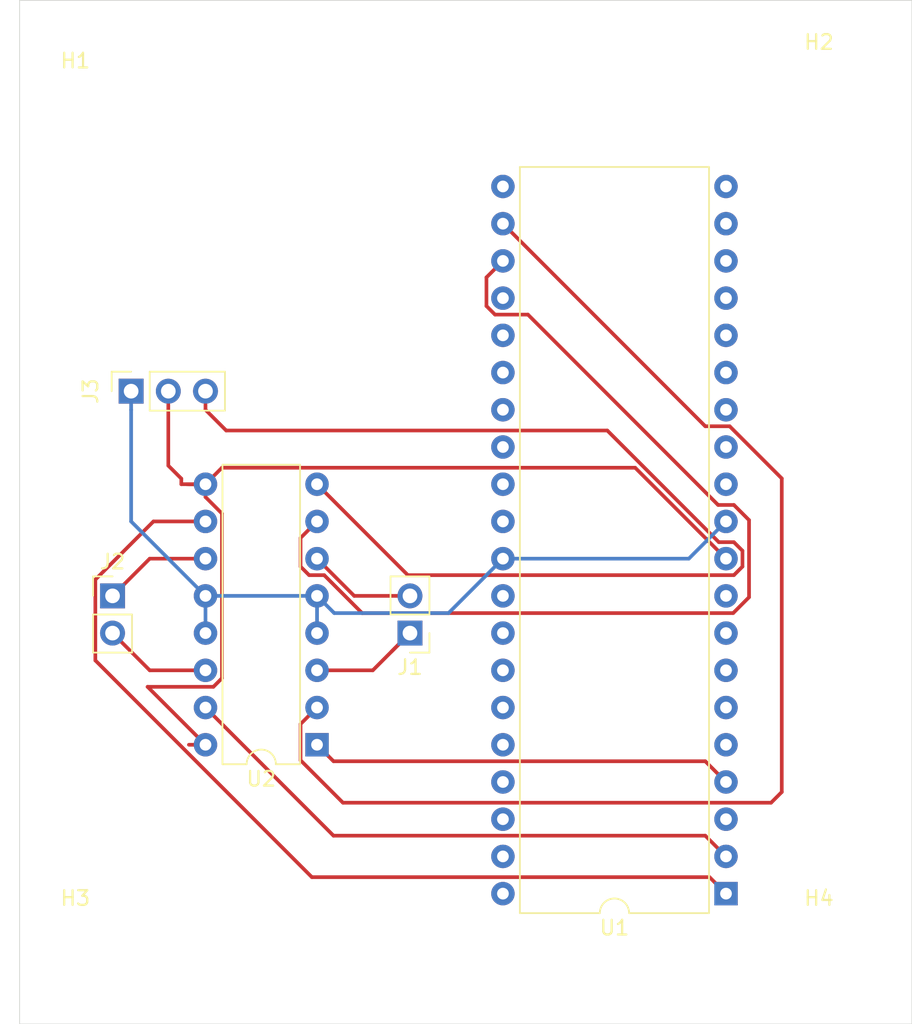
<source format=kicad_pcb>
(kicad_pcb (version 20171130) (host pcbnew "(5.1.9)-1")

  (general
    (thickness 1.6)
    (drawings 32)
    (tracks 83)
    (zones 0)
    (modules 9)
    (nets 45)
  )

  (page A4)
  (layers
    (0 F.Cu signal)
    (31 B.Cu signal)
    (32 B.Adhes user)
    (33 F.Adhes user)
    (34 B.Paste user)
    (35 F.Paste user)
    (36 B.SilkS user)
    (37 F.SilkS user)
    (38 B.Mask user)
    (39 F.Mask user)
    (40 Dwgs.User user)
    (41 Cmts.User user)
    (42 Eco1.User user)
    (43 Eco2.User user)
    (44 Edge.Cuts user)
    (45 Margin user)
    (46 B.CrtYd user)
    (47 F.CrtYd user)
    (48 B.Fab user)
    (49 F.Fab user)
  )

  (setup
    (last_trace_width 0.25)
    (trace_clearance 0.2)
    (zone_clearance 0.508)
    (zone_45_only no)
    (trace_min 0.2)
    (via_size 0.8)
    (via_drill 0.4)
    (via_min_size 0.4)
    (via_min_drill 0.3)
    (uvia_size 0.3)
    (uvia_drill 0.1)
    (uvias_allowed no)
    (uvia_min_size 0.2)
    (uvia_min_drill 0.1)
    (edge_width 0.05)
    (segment_width 0.2)
    (pcb_text_width 0.3)
    (pcb_text_size 1.5 1.5)
    (mod_edge_width 0.12)
    (mod_text_size 1 1)
    (mod_text_width 0.15)
    (pad_size 1.524 1.524)
    (pad_drill 0.762)
    (pad_to_mask_clearance 0)
    (aux_axis_origin 0 0)
    (visible_elements 7FFFFFFF)
    (pcbplotparams
      (layerselection 0x010fc_ffffffff)
      (usegerberextensions false)
      (usegerberattributes true)
      (usegerberadvancedattributes true)
      (creategerberjobfile true)
      (excludeedgelayer true)
      (linewidth 0.100000)
      (plotframeref false)
      (viasonmask false)
      (mode 1)
      (useauxorigin false)
      (hpglpennumber 1)
      (hpglpenspeed 20)
      (hpglpendiameter 15.000000)
      (psnegative false)
      (psa4output false)
      (plotreference true)
      (plotvalue true)
      (plotinvisibletext false)
      (padsonsilk false)
      (subtractmaskfromsilk false)
      (outputformat 1)
      (mirror false)
      (drillshape 1)
      (scaleselection 1)
      (outputdirectory ""))
  )

  (net 0 "")
  (net 1 "Net-(U1-Pad1)")
  (net 2 "Net-(U1-Pad2)")
  (net 3 "Net-(U1-Pad3)")
  (net 4 "Net-(U1-Pad4)")
  (net 5 "Net-(U1-Pad7)")
  (net 6 "Net-(U1-Pad8)")
  (net 7 "Net-(U1-Pad9)")
  (net 8 "Net-(U1-Pad12)")
  (net 9 "Net-(U1-Pad13)")
  (net 10 "Net-(U1-Pad14)")
  (net 11 "Net-(U1-Pad15)")
  (net 12 "Net-(U1-Pad16)")
  (net 13 "Net-(U1-Pad19)")
  (net 14 "Net-(U1-Pad20)")
  (net 15 "Net-(U1-Pad21)")
  (net 16 "Net-(U1-Pad22)")
  (net 17 "Net-(U1-Pad23)")
  (net 18 "Net-(U1-Pad24)")
  (net 19 "Net-(U1-Pad25)")
  (net 20 "Net-(U1-Pad26)")
  (net 21 "Net-(U1-Pad27)")
  (net 22 "Net-(U1-Pad29)")
  (net 23 "Net-(U1-Pad30)")
  (net 24 "Net-(U1-Pad32)")
  (net 25 "Net-(U1-Pad33)")
  (net 26 "Net-(U1-Pad34)")
  (net 27 "Net-(U1-Pad35)")
  (net 28 "Net-(U1-Pad36)")
  (net 29 "Net-(U1-Pad37)")
  (net 30 "Net-(U1-Pad40)")
  (net 31 "Net-(U1-Pad17)")
  (net 32 "Net-(U1-Pad18)")
  (net 33 "Net-(U1-Pad5)")
  (net 34 "Net-(U1-Pad6)")
  (net 35 "Net-(U1-Pad28)")
  (net 36 "Net-(J1-Pad2)")
  (net 37 "Net-(U1-Pad38)")
  (net 38 "Net-(U1-Pad39)")
  (net 39 "Net-(J1-Pad1)")
  (net 40 "Net-(J2-Pad2)")
  (net 41 "Net-(J2-Pad1)")
  (net 42 "Net-(J3-Pad1)")
  (net 43 "Net-(J3-Pad2)")
  (net 44 "Net-(J3-Pad3)")

  (net_class Default "This is the default net class."
    (clearance 0.2)
    (trace_width 0.25)
    (via_dia 0.8)
    (via_drill 0.4)
    (uvia_dia 0.3)
    (uvia_drill 0.1)
    (add_net "Net-(J1-Pad1)")
    (add_net "Net-(J1-Pad2)")
    (add_net "Net-(J2-Pad1)")
    (add_net "Net-(J2-Pad2)")
    (add_net "Net-(J3-Pad1)")
    (add_net "Net-(J3-Pad2)")
    (add_net "Net-(J3-Pad3)")
    (add_net "Net-(U1-Pad1)")
    (add_net "Net-(U1-Pad12)")
    (add_net "Net-(U1-Pad13)")
    (add_net "Net-(U1-Pad14)")
    (add_net "Net-(U1-Pad15)")
    (add_net "Net-(U1-Pad16)")
    (add_net "Net-(U1-Pad17)")
    (add_net "Net-(U1-Pad18)")
    (add_net "Net-(U1-Pad19)")
    (add_net "Net-(U1-Pad2)")
    (add_net "Net-(U1-Pad20)")
    (add_net "Net-(U1-Pad21)")
    (add_net "Net-(U1-Pad22)")
    (add_net "Net-(U1-Pad23)")
    (add_net "Net-(U1-Pad24)")
    (add_net "Net-(U1-Pad25)")
    (add_net "Net-(U1-Pad26)")
    (add_net "Net-(U1-Pad27)")
    (add_net "Net-(U1-Pad28)")
    (add_net "Net-(U1-Pad29)")
    (add_net "Net-(U1-Pad3)")
    (add_net "Net-(U1-Pad30)")
    (add_net "Net-(U1-Pad32)")
    (add_net "Net-(U1-Pad33)")
    (add_net "Net-(U1-Pad34)")
    (add_net "Net-(U1-Pad35)")
    (add_net "Net-(U1-Pad36)")
    (add_net "Net-(U1-Pad37)")
    (add_net "Net-(U1-Pad38)")
    (add_net "Net-(U1-Pad39)")
    (add_net "Net-(U1-Pad4)")
    (add_net "Net-(U1-Pad40)")
    (add_net "Net-(U1-Pad5)")
    (add_net "Net-(U1-Pad6)")
    (add_net "Net-(U1-Pad7)")
    (add_net "Net-(U1-Pad8)")
    (add_net "Net-(U1-Pad9)")
  )

  (module MountingHole:MountingHole_2.5mm (layer F.Cu) (tedit 56D1B4CB) (tstamp 6079F164)
    (at 54.61 60.96)
    (descr "Mounting Hole 2.5mm, no annular")
    (tags "mounting hole 2.5mm no annular")
    (path /607EDE6D)
    (attr virtual)
    (fp_text reference H1 (at 0 -3.5) (layer F.SilkS)
      (effects (font (size 1 1) (thickness 0.15)))
    )
    (fp_text value MountingHole (at 0 3.5) (layer F.Fab)
      (effects (font (size 1 1) (thickness 0.15)))
    )
    (fp_circle (center 0 0) (end 2.75 0) (layer F.CrtYd) (width 0.05))
    (fp_circle (center 0 0) (end 2.5 0) (layer Cmts.User) (width 0.15))
    (fp_text user %R (at 0.3 0) (layer F.Fab)
      (effects (font (size 1 1) (thickness 0.15)))
    )
    (pad 1 np_thru_hole circle (at 0 0) (size 2.5 2.5) (drill 2.5) (layers *.Cu *.Mask))
  )

  (module MountingHole:MountingHole_2.5mm (layer F.Cu) (tedit 56D1B4CB) (tstamp 6079F16C)
    (at 105.41 59.69)
    (descr "Mounting Hole 2.5mm, no annular")
    (tags "mounting hole 2.5mm no annular")
    (path /607EDFF8)
    (attr virtual)
    (fp_text reference H2 (at 0 -3.5) (layer F.SilkS)
      (effects (font (size 1 1) (thickness 0.15)))
    )
    (fp_text value MountingHole (at 0 3.5) (layer F.Fab)
      (effects (font (size 1 1) (thickness 0.15)))
    )
    (fp_circle (center 0 0) (end 2.5 0) (layer Cmts.User) (width 0.15))
    (fp_circle (center 0 0) (end 2.75 0) (layer F.CrtYd) (width 0.05))
    (fp_text user %R (at 0.3 0) (layer F.Fab)
      (effects (font (size 1 1) (thickness 0.15)))
    )
    (pad 1 np_thru_hole circle (at 0 0) (size 2.5 2.5) (drill 2.5) (layers *.Cu *.Mask))
  )

  (module MountingHole:MountingHole_2.5mm (layer F.Cu) (tedit 56D1B4CB) (tstamp 6079F174)
    (at 54.61 118.11)
    (descr "Mounting Hole 2.5mm, no annular")
    (tags "mounting hole 2.5mm no annular")
    (path /607EE2EB)
    (attr virtual)
    (fp_text reference H3 (at 0 -3.5) (layer F.SilkS)
      (effects (font (size 1 1) (thickness 0.15)))
    )
    (fp_text value MountingHole (at 0 3.5) (layer F.Fab)
      (effects (font (size 1 1) (thickness 0.15)))
    )
    (fp_circle (center 0 0) (end 2.75 0) (layer F.CrtYd) (width 0.05))
    (fp_circle (center 0 0) (end 2.5 0) (layer Cmts.User) (width 0.15))
    (fp_text user %R (at 0.3 0) (layer F.Fab)
      (effects (font (size 1 1) (thickness 0.15)))
    )
    (pad 1 np_thru_hole circle (at 0 0) (size 2.5 2.5) (drill 2.5) (layers *.Cu *.Mask))
  )

  (module MountingHole:MountingHole_2.5mm (layer F.Cu) (tedit 56D1B4CB) (tstamp 6079F17C)
    (at 105.41 118.11)
    (descr "Mounting Hole 2.5mm, no annular")
    (tags "mounting hole 2.5mm no annular")
    (path /607EE554)
    (attr virtual)
    (fp_text reference H4 (at 0 -3.5) (layer F.SilkS)
      (effects (font (size 1 1) (thickness 0.15)))
    )
    (fp_text value MountingHole (at 0 3.5) (layer F.Fab)
      (effects (font (size 1 1) (thickness 0.15)))
    )
    (fp_circle (center 0 0) (end 2.5 0) (layer Cmts.User) (width 0.15))
    (fp_circle (center 0 0) (end 2.75 0) (layer F.CrtYd) (width 0.05))
    (fp_text user %R (at 0.3 0) (layer F.Fab)
      (effects (font (size 1 1) (thickness 0.15)))
    )
    (pad 1 np_thru_hole circle (at 0 0) (size 2.5 2.5) (drill 2.5) (layers *.Cu *.Mask))
  )

  (module Connector_PinHeader_2.54mm:PinHeader_1x02_P2.54mm_Vertical (layer F.Cu) (tedit 59FED5CC) (tstamp 6079F192)
    (at 77.47 96.52 180)
    (descr "Through hole straight pin header, 1x02, 2.54mm pitch, single row")
    (tags "Through hole pin header THT 1x02 2.54mm single row")
    (path /607BB310)
    (fp_text reference J1 (at 0 -2.33) (layer F.SilkS)
      (effects (font (size 1 1) (thickness 0.15)))
    )
    (fp_text value Conn_01x02_Male (at 0 4.87) (layer F.Fab)
      (effects (font (size 1 1) (thickness 0.15)))
    )
    (fp_line (start 1.8 -1.8) (end -1.8 -1.8) (layer F.CrtYd) (width 0.05))
    (fp_line (start 1.8 4.35) (end 1.8 -1.8) (layer F.CrtYd) (width 0.05))
    (fp_line (start -1.8 4.35) (end 1.8 4.35) (layer F.CrtYd) (width 0.05))
    (fp_line (start -1.8 -1.8) (end -1.8 4.35) (layer F.CrtYd) (width 0.05))
    (fp_line (start -1.33 -1.33) (end 0 -1.33) (layer F.SilkS) (width 0.12))
    (fp_line (start -1.33 0) (end -1.33 -1.33) (layer F.SilkS) (width 0.12))
    (fp_line (start -1.33 1.27) (end 1.33 1.27) (layer F.SilkS) (width 0.12))
    (fp_line (start 1.33 1.27) (end 1.33 3.87) (layer F.SilkS) (width 0.12))
    (fp_line (start -1.33 1.27) (end -1.33 3.87) (layer F.SilkS) (width 0.12))
    (fp_line (start -1.33 3.87) (end 1.33 3.87) (layer F.SilkS) (width 0.12))
    (fp_line (start -1.27 -0.635) (end -0.635 -1.27) (layer F.Fab) (width 0.1))
    (fp_line (start -1.27 3.81) (end -1.27 -0.635) (layer F.Fab) (width 0.1))
    (fp_line (start 1.27 3.81) (end -1.27 3.81) (layer F.Fab) (width 0.1))
    (fp_line (start 1.27 -1.27) (end 1.27 3.81) (layer F.Fab) (width 0.1))
    (fp_line (start -0.635 -1.27) (end 1.27 -1.27) (layer F.Fab) (width 0.1))
    (fp_text user %R (at 0 1.27 90) (layer F.Fab)
      (effects (font (size 1 1) (thickness 0.15)))
    )
    (pad 1 thru_hole rect (at 0 0 180) (size 1.7 1.7) (drill 1) (layers *.Cu *.Mask)
      (net 39 "Net-(J1-Pad1)"))
    (pad 2 thru_hole oval (at 0 2.54 180) (size 1.7 1.7) (drill 1) (layers *.Cu *.Mask)
      (net 36 "Net-(J1-Pad2)"))
    (model ${KISYS3DMOD}/Connector_PinHeader_2.54mm.3dshapes/PinHeader_1x02_P2.54mm_Vertical.wrl
      (at (xyz 0 0 0))
      (scale (xyz 1 1 1))
      (rotate (xyz 0 0 0))
    )
  )

  (module Connector_PinHeader_2.54mm:PinHeader_1x02_P2.54mm_Vertical (layer F.Cu) (tedit 59FED5CC) (tstamp 6079F1A8)
    (at 57.15 93.98)
    (descr "Through hole straight pin header, 1x02, 2.54mm pitch, single row")
    (tags "Through hole pin header THT 1x02 2.54mm single row")
    (path /607BD4A7)
    (fp_text reference J2 (at 0 -2.33) (layer F.SilkS)
      (effects (font (size 1 1) (thickness 0.15)))
    )
    (fp_text value Conn_01x02_Male (at 0 4.87) (layer F.Fab)
      (effects (font (size 1 1) (thickness 0.15)))
    )
    (fp_line (start -0.635 -1.27) (end 1.27 -1.27) (layer F.Fab) (width 0.1))
    (fp_line (start 1.27 -1.27) (end 1.27 3.81) (layer F.Fab) (width 0.1))
    (fp_line (start 1.27 3.81) (end -1.27 3.81) (layer F.Fab) (width 0.1))
    (fp_line (start -1.27 3.81) (end -1.27 -0.635) (layer F.Fab) (width 0.1))
    (fp_line (start -1.27 -0.635) (end -0.635 -1.27) (layer F.Fab) (width 0.1))
    (fp_line (start -1.33 3.87) (end 1.33 3.87) (layer F.SilkS) (width 0.12))
    (fp_line (start -1.33 1.27) (end -1.33 3.87) (layer F.SilkS) (width 0.12))
    (fp_line (start 1.33 1.27) (end 1.33 3.87) (layer F.SilkS) (width 0.12))
    (fp_line (start -1.33 1.27) (end 1.33 1.27) (layer F.SilkS) (width 0.12))
    (fp_line (start -1.33 0) (end -1.33 -1.33) (layer F.SilkS) (width 0.12))
    (fp_line (start -1.33 -1.33) (end 0 -1.33) (layer F.SilkS) (width 0.12))
    (fp_line (start -1.8 -1.8) (end -1.8 4.35) (layer F.CrtYd) (width 0.05))
    (fp_line (start -1.8 4.35) (end 1.8 4.35) (layer F.CrtYd) (width 0.05))
    (fp_line (start 1.8 4.35) (end 1.8 -1.8) (layer F.CrtYd) (width 0.05))
    (fp_line (start 1.8 -1.8) (end -1.8 -1.8) (layer F.CrtYd) (width 0.05))
    (fp_text user %R (at 0 1.27 90) (layer F.Fab)
      (effects (font (size 1 1) (thickness 0.15)))
    )
    (pad 2 thru_hole oval (at 0 2.54) (size 1.7 1.7) (drill 1) (layers *.Cu *.Mask)
      (net 40 "Net-(J2-Pad2)"))
    (pad 1 thru_hole rect (at 0 0) (size 1.7 1.7) (drill 1) (layers *.Cu *.Mask)
      (net 41 "Net-(J2-Pad1)"))
    (model ${KISYS3DMOD}/Connector_PinHeader_2.54mm.3dshapes/PinHeader_1x02_P2.54mm_Vertical.wrl
      (at (xyz 0 0 0))
      (scale (xyz 1 1 1))
      (rotate (xyz 0 0 0))
    )
  )

  (module Package_DIP:DIP-40_W15.24mm (layer F.Cu) (tedit 5A02E8C5) (tstamp 6079F1FB)
    (at 99.06 114.3 180)
    (descr "40-lead though-hole mounted DIP package, row spacing 15.24 mm (600 mils)")
    (tags "THT DIP DIL PDIP 2.54mm 15.24mm 600mil")
    (path /6079E9CC)
    (fp_text reference U1 (at 7.62 -2.33) (layer F.SilkS)
      (effects (font (size 1 1) (thickness 0.15)))
    )
    (fp_text value ATmega32-16PU (at 7.62 50.59) (layer F.Fab)
      (effects (font (size 1 1) (thickness 0.15)))
    )
    (fp_line (start 16.3 -1.55) (end -1.05 -1.55) (layer F.CrtYd) (width 0.05))
    (fp_line (start 16.3 49.8) (end 16.3 -1.55) (layer F.CrtYd) (width 0.05))
    (fp_line (start -1.05 49.8) (end 16.3 49.8) (layer F.CrtYd) (width 0.05))
    (fp_line (start -1.05 -1.55) (end -1.05 49.8) (layer F.CrtYd) (width 0.05))
    (fp_line (start 14.08 -1.33) (end 8.62 -1.33) (layer F.SilkS) (width 0.12))
    (fp_line (start 14.08 49.59) (end 14.08 -1.33) (layer F.SilkS) (width 0.12))
    (fp_line (start 1.16 49.59) (end 14.08 49.59) (layer F.SilkS) (width 0.12))
    (fp_line (start 1.16 -1.33) (end 1.16 49.59) (layer F.SilkS) (width 0.12))
    (fp_line (start 6.62 -1.33) (end 1.16 -1.33) (layer F.SilkS) (width 0.12))
    (fp_line (start 0.255 -0.27) (end 1.255 -1.27) (layer F.Fab) (width 0.1))
    (fp_line (start 0.255 49.53) (end 0.255 -0.27) (layer F.Fab) (width 0.1))
    (fp_line (start 14.985 49.53) (end 0.255 49.53) (layer F.Fab) (width 0.1))
    (fp_line (start 14.985 -1.27) (end 14.985 49.53) (layer F.Fab) (width 0.1))
    (fp_line (start 1.255 -1.27) (end 14.985 -1.27) (layer F.Fab) (width 0.1))
    (fp_arc (start 7.62 -1.33) (end 6.62 -1.33) (angle -180) (layer F.SilkS) (width 0.12))
    (fp_text user %R (at 7.62 24.13) (layer F.Fab)
      (effects (font (size 1 1) (thickness 0.15)))
    )
    (pad 1 thru_hole rect (at 0 0 180) (size 1.6 1.6) (drill 0.8) (layers *.Cu *.Mask)
      (net 1 "Net-(U1-Pad1)"))
    (pad 21 thru_hole oval (at 15.24 48.26 180) (size 1.6 1.6) (drill 0.8) (layers *.Cu *.Mask)
      (net 15 "Net-(U1-Pad21)"))
    (pad 2 thru_hole oval (at 0 2.54 180) (size 1.6 1.6) (drill 0.8) (layers *.Cu *.Mask)
      (net 2 "Net-(U1-Pad2)"))
    (pad 22 thru_hole oval (at 15.24 45.72 180) (size 1.6 1.6) (drill 0.8) (layers *.Cu *.Mask)
      (net 16 "Net-(U1-Pad22)"))
    (pad 3 thru_hole oval (at 0 5.08 180) (size 1.6 1.6) (drill 0.8) (layers *.Cu *.Mask)
      (net 3 "Net-(U1-Pad3)"))
    (pad 23 thru_hole oval (at 15.24 43.18 180) (size 1.6 1.6) (drill 0.8) (layers *.Cu *.Mask)
      (net 17 "Net-(U1-Pad23)"))
    (pad 4 thru_hole oval (at 0 7.62 180) (size 1.6 1.6) (drill 0.8) (layers *.Cu *.Mask)
      (net 4 "Net-(U1-Pad4)"))
    (pad 24 thru_hole oval (at 15.24 40.64 180) (size 1.6 1.6) (drill 0.8) (layers *.Cu *.Mask)
      (net 18 "Net-(U1-Pad24)"))
    (pad 5 thru_hole oval (at 0 10.16 180) (size 1.6 1.6) (drill 0.8) (layers *.Cu *.Mask)
      (net 33 "Net-(U1-Pad5)"))
    (pad 25 thru_hole oval (at 15.24 38.1 180) (size 1.6 1.6) (drill 0.8) (layers *.Cu *.Mask)
      (net 19 "Net-(U1-Pad25)"))
    (pad 6 thru_hole oval (at 0 12.7 180) (size 1.6 1.6) (drill 0.8) (layers *.Cu *.Mask)
      (net 34 "Net-(U1-Pad6)"))
    (pad 26 thru_hole oval (at 15.24 35.56 180) (size 1.6 1.6) (drill 0.8) (layers *.Cu *.Mask)
      (net 20 "Net-(U1-Pad26)"))
    (pad 7 thru_hole oval (at 0 15.24 180) (size 1.6 1.6) (drill 0.8) (layers *.Cu *.Mask)
      (net 5 "Net-(U1-Pad7)"))
    (pad 27 thru_hole oval (at 15.24 33.02 180) (size 1.6 1.6) (drill 0.8) (layers *.Cu *.Mask)
      (net 21 "Net-(U1-Pad27)"))
    (pad 8 thru_hole oval (at 0 17.78 180) (size 1.6 1.6) (drill 0.8) (layers *.Cu *.Mask)
      (net 6 "Net-(U1-Pad8)"))
    (pad 28 thru_hole oval (at 15.24 30.48 180) (size 1.6 1.6) (drill 0.8) (layers *.Cu *.Mask)
      (net 35 "Net-(U1-Pad28)"))
    (pad 9 thru_hole oval (at 0 20.32 180) (size 1.6 1.6) (drill 0.8) (layers *.Cu *.Mask)
      (net 7 "Net-(U1-Pad9)"))
    (pad 29 thru_hole oval (at 15.24 27.94 180) (size 1.6 1.6) (drill 0.8) (layers *.Cu *.Mask)
      (net 22 "Net-(U1-Pad29)"))
    (pad 10 thru_hole oval (at 0 22.86 180) (size 1.6 1.6) (drill 0.8) (layers *.Cu *.Mask)
      (net 43 "Net-(J3-Pad2)"))
    (pad 30 thru_hole oval (at 15.24 25.4 180) (size 1.6 1.6) (drill 0.8) (layers *.Cu *.Mask)
      (net 23 "Net-(U1-Pad30)"))
    (pad 11 thru_hole oval (at 0 25.4 180) (size 1.6 1.6) (drill 0.8) (layers *.Cu *.Mask)
      (net 42 "Net-(J3-Pad1)"))
    (pad 31 thru_hole oval (at 15.24 22.86 180) (size 1.6 1.6) (drill 0.8) (layers *.Cu *.Mask)
      (net 42 "Net-(J3-Pad1)"))
    (pad 12 thru_hole oval (at 0 27.94 180) (size 1.6 1.6) (drill 0.8) (layers *.Cu *.Mask)
      (net 8 "Net-(U1-Pad12)"))
    (pad 32 thru_hole oval (at 15.24 20.32 180) (size 1.6 1.6) (drill 0.8) (layers *.Cu *.Mask)
      (net 24 "Net-(U1-Pad32)"))
    (pad 13 thru_hole oval (at 0 30.48 180) (size 1.6 1.6) (drill 0.8) (layers *.Cu *.Mask)
      (net 9 "Net-(U1-Pad13)"))
    (pad 33 thru_hole oval (at 15.24 17.78 180) (size 1.6 1.6) (drill 0.8) (layers *.Cu *.Mask)
      (net 25 "Net-(U1-Pad33)"))
    (pad 14 thru_hole oval (at 0 33.02 180) (size 1.6 1.6) (drill 0.8) (layers *.Cu *.Mask)
      (net 10 "Net-(U1-Pad14)"))
    (pad 34 thru_hole oval (at 15.24 15.24 180) (size 1.6 1.6) (drill 0.8) (layers *.Cu *.Mask)
      (net 26 "Net-(U1-Pad34)"))
    (pad 15 thru_hole oval (at 0 35.56 180) (size 1.6 1.6) (drill 0.8) (layers *.Cu *.Mask)
      (net 11 "Net-(U1-Pad15)"))
    (pad 35 thru_hole oval (at 15.24 12.7 180) (size 1.6 1.6) (drill 0.8) (layers *.Cu *.Mask)
      (net 27 "Net-(U1-Pad35)"))
    (pad 16 thru_hole oval (at 0 38.1 180) (size 1.6 1.6) (drill 0.8) (layers *.Cu *.Mask)
      (net 12 "Net-(U1-Pad16)"))
    (pad 36 thru_hole oval (at 15.24 10.16 180) (size 1.6 1.6) (drill 0.8) (layers *.Cu *.Mask)
      (net 28 "Net-(U1-Pad36)"))
    (pad 17 thru_hole oval (at 0 40.64 180) (size 1.6 1.6) (drill 0.8) (layers *.Cu *.Mask)
      (net 31 "Net-(U1-Pad17)"))
    (pad 37 thru_hole oval (at 15.24 7.62 180) (size 1.6 1.6) (drill 0.8) (layers *.Cu *.Mask)
      (net 29 "Net-(U1-Pad37)"))
    (pad 18 thru_hole oval (at 0 43.18 180) (size 1.6 1.6) (drill 0.8) (layers *.Cu *.Mask)
      (net 32 "Net-(U1-Pad18)"))
    (pad 38 thru_hole oval (at 15.24 5.08 180) (size 1.6 1.6) (drill 0.8) (layers *.Cu *.Mask)
      (net 37 "Net-(U1-Pad38)"))
    (pad 19 thru_hole oval (at 0 45.72 180) (size 1.6 1.6) (drill 0.8) (layers *.Cu *.Mask)
      (net 13 "Net-(U1-Pad19)"))
    (pad 39 thru_hole oval (at 15.24 2.54 180) (size 1.6 1.6) (drill 0.8) (layers *.Cu *.Mask)
      (net 38 "Net-(U1-Pad39)"))
    (pad 20 thru_hole oval (at 0 48.26 180) (size 1.6 1.6) (drill 0.8) (layers *.Cu *.Mask)
      (net 14 "Net-(U1-Pad20)"))
    (pad 40 thru_hole oval (at 15.24 0 180) (size 1.6 1.6) (drill 0.8) (layers *.Cu *.Mask)
      (net 30 "Net-(U1-Pad40)"))
    (model ${KISYS3DMOD}/Package_DIP.3dshapes/DIP-40_W15.24mm.wrl
      (at (xyz 0 0 0))
      (scale (xyz 1 1 1))
      (rotate (xyz 0 0 0))
    )
  )

  (module Package_DIP:DIP-16_W7.62mm (layer F.Cu) (tedit 5A02E8C5) (tstamp 6079F21F)
    (at 71.12 104.14 180)
    (descr "16-lead though-hole mounted DIP package, row spacing 7.62 mm (300 mils)")
    (tags "THT DIP DIL PDIP 2.54mm 7.62mm 300mil")
    (path /6076F656)
    (fp_text reference U2 (at 3.81 -2.33) (layer F.SilkS)
      (effects (font (size 1 1) (thickness 0.15)))
    )
    (fp_text value L293D (at 3.81 20.11) (layer F.Fab)
      (effects (font (size 1 1) (thickness 0.15)))
    )
    (fp_line (start 8.7 -1.55) (end -1.1 -1.55) (layer F.CrtYd) (width 0.05))
    (fp_line (start 8.7 19.3) (end 8.7 -1.55) (layer F.CrtYd) (width 0.05))
    (fp_line (start -1.1 19.3) (end 8.7 19.3) (layer F.CrtYd) (width 0.05))
    (fp_line (start -1.1 -1.55) (end -1.1 19.3) (layer F.CrtYd) (width 0.05))
    (fp_line (start 6.46 -1.33) (end 4.81 -1.33) (layer F.SilkS) (width 0.12))
    (fp_line (start 6.46 19.11) (end 6.46 -1.33) (layer F.SilkS) (width 0.12))
    (fp_line (start 1.16 19.11) (end 6.46 19.11) (layer F.SilkS) (width 0.12))
    (fp_line (start 1.16 -1.33) (end 1.16 19.11) (layer F.SilkS) (width 0.12))
    (fp_line (start 2.81 -1.33) (end 1.16 -1.33) (layer F.SilkS) (width 0.12))
    (fp_line (start 0.635 -0.27) (end 1.635 -1.27) (layer F.Fab) (width 0.1))
    (fp_line (start 0.635 19.05) (end 0.635 -0.27) (layer F.Fab) (width 0.1))
    (fp_line (start 6.985 19.05) (end 0.635 19.05) (layer F.Fab) (width 0.1))
    (fp_line (start 6.985 -1.27) (end 6.985 19.05) (layer F.Fab) (width 0.1))
    (fp_line (start 1.635 -1.27) (end 6.985 -1.27) (layer F.Fab) (width 0.1))
    (fp_arc (start 3.81 -1.33) (end 2.81 -1.33) (angle -180) (layer F.SilkS) (width 0.12))
    (fp_text user %R (at 3.81 8.89) (layer F.Fab)
      (effects (font (size 1 1) (thickness 0.15)))
    )
    (pad 1 thru_hole rect (at 0 0 180) (size 1.6 1.6) (drill 0.8) (layers *.Cu *.Mask)
      (net 4 "Net-(U1-Pad4)"))
    (pad 9 thru_hole oval (at 7.62 17.78 180) (size 1.6 1.6) (drill 0.8) (layers *.Cu *.Mask)
      (net 43 "Net-(J3-Pad2)"))
    (pad 2 thru_hole oval (at 0 2.54 180) (size 1.6 1.6) (drill 0.8) (layers *.Cu *.Mask)
      (net 16 "Net-(U1-Pad22)"))
    (pad 10 thru_hole oval (at 7.62 15.24 180) (size 1.6 1.6) (drill 0.8) (layers *.Cu *.Mask)
      (net 1 "Net-(U1-Pad1)"))
    (pad 3 thru_hole oval (at 0 5.08 180) (size 1.6 1.6) (drill 0.8) (layers *.Cu *.Mask)
      (net 39 "Net-(J1-Pad1)"))
    (pad 11 thru_hole oval (at 7.62 12.7 180) (size 1.6 1.6) (drill 0.8) (layers *.Cu *.Mask)
      (net 41 "Net-(J2-Pad1)"))
    (pad 4 thru_hole oval (at 0 7.62 180) (size 1.6 1.6) (drill 0.8) (layers *.Cu *.Mask)
      (net 42 "Net-(J3-Pad1)"))
    (pad 12 thru_hole oval (at 7.62 10.16 180) (size 1.6 1.6) (drill 0.8) (layers *.Cu *.Mask)
      (net 42 "Net-(J3-Pad1)"))
    (pad 5 thru_hole oval (at 0 10.16 180) (size 1.6 1.6) (drill 0.8) (layers *.Cu *.Mask)
      (net 42 "Net-(J3-Pad1)"))
    (pad 13 thru_hole oval (at 7.62 7.62 180) (size 1.6 1.6) (drill 0.8) (layers *.Cu *.Mask)
      (net 42 "Net-(J3-Pad1)"))
    (pad 6 thru_hole oval (at 0 12.7 180) (size 1.6 1.6) (drill 0.8) (layers *.Cu *.Mask)
      (net 36 "Net-(J1-Pad2)"))
    (pad 14 thru_hole oval (at 7.62 5.08 180) (size 1.6 1.6) (drill 0.8) (layers *.Cu *.Mask)
      (net 40 "Net-(J2-Pad2)"))
    (pad 7 thru_hole oval (at 0 15.24 180) (size 1.6 1.6) (drill 0.8) (layers *.Cu *.Mask)
      (net 17 "Net-(U1-Pad23)"))
    (pad 15 thru_hole oval (at 7.62 2.54 180) (size 1.6 1.6) (drill 0.8) (layers *.Cu *.Mask)
      (net 2 "Net-(U1-Pad2)"))
    (pad 8 thru_hole oval (at 0 17.78 180) (size 1.6 1.6) (drill 0.8) (layers *.Cu *.Mask)
      (net 44 "Net-(J3-Pad3)"))
    (pad 16 thru_hole oval (at 7.62 0 180) (size 1.6 1.6) (drill 0.8) (layers *.Cu *.Mask)
      (net 43 "Net-(J3-Pad2)"))
    (model ${KISYS3DMOD}/Package_DIP.3dshapes/DIP-16_W7.62mm.wrl
      (at (xyz 0 0 0))
      (scale (xyz 1 1 1))
      (rotate (xyz 0 0 0))
    )
  )

  (module Connector_PinSocket_2.54mm:PinSocket_1x03_P2.54mm_Vertical (layer F.Cu) (tedit 5A19A429) (tstamp 607A8D34)
    (at 58.42 80.01 90)
    (descr "Through hole straight socket strip, 1x03, 2.54mm pitch, single row (from Kicad 4.0.7), script generated")
    (tags "Through hole socket strip THT 1x03 2.54mm single row")
    (path /607BFA16)
    (fp_text reference J3 (at 0 -2.77 90) (layer F.SilkS)
      (effects (font (size 1 1) (thickness 0.15)))
    )
    (fp_text value Conn_01x03_Female (at 0 7.85 90) (layer F.Fab)
      (effects (font (size 1 1) (thickness 0.15)))
    )
    (fp_line (start -1.8 6.85) (end -1.8 -1.8) (layer F.CrtYd) (width 0.05))
    (fp_line (start 1.75 6.85) (end -1.8 6.85) (layer F.CrtYd) (width 0.05))
    (fp_line (start 1.75 -1.8) (end 1.75 6.85) (layer F.CrtYd) (width 0.05))
    (fp_line (start -1.8 -1.8) (end 1.75 -1.8) (layer F.CrtYd) (width 0.05))
    (fp_line (start 0 -1.33) (end 1.33 -1.33) (layer F.SilkS) (width 0.12))
    (fp_line (start 1.33 -1.33) (end 1.33 0) (layer F.SilkS) (width 0.12))
    (fp_line (start 1.33 1.27) (end 1.33 6.41) (layer F.SilkS) (width 0.12))
    (fp_line (start -1.33 6.41) (end 1.33 6.41) (layer F.SilkS) (width 0.12))
    (fp_line (start -1.33 1.27) (end -1.33 6.41) (layer F.SilkS) (width 0.12))
    (fp_line (start -1.33 1.27) (end 1.33 1.27) (layer F.SilkS) (width 0.12))
    (fp_line (start -1.27 6.35) (end -1.27 -1.27) (layer F.Fab) (width 0.1))
    (fp_line (start 1.27 6.35) (end -1.27 6.35) (layer F.Fab) (width 0.1))
    (fp_line (start 1.27 -0.635) (end 1.27 6.35) (layer F.Fab) (width 0.1))
    (fp_line (start 0.635 -1.27) (end 1.27 -0.635) (layer F.Fab) (width 0.1))
    (fp_line (start -1.27 -1.27) (end 0.635 -1.27) (layer F.Fab) (width 0.1))
    (fp_text user %R (at 0 2.54) (layer F.Fab)
      (effects (font (size 1 1) (thickness 0.15)))
    )
    (pad 1 thru_hole rect (at 0 0 90) (size 1.7 1.7) (drill 1) (layers *.Cu *.Mask)
      (net 42 "Net-(J3-Pad1)"))
    (pad 2 thru_hole oval (at 0 2.54 90) (size 1.7 1.7) (drill 1) (layers *.Cu *.Mask)
      (net 43 "Net-(J3-Pad2)"))
    (pad 3 thru_hole oval (at 0 5.08 90) (size 1.7 1.7) (drill 1) (layers *.Cu *.Mask)
      (net 44 "Net-(J3-Pad3)"))
    (model ${KISYS3DMOD}/Connector_PinSocket_2.54mm.3dshapes/PinSocket_1x03_P2.54mm_Vertical.wrl
      (at (xyz 0 0 0))
      (scale (xyz 1 1 1))
      (rotate (xyz 0 0 0))
    )
  )

  (gr_text VCC1 (at 60.96 104.14) (layer F.Mask) (tstamp 607A8EB1)
    (effects (font (size 0.5 0.5) (thickness 0.125)))
  )
  (gr_text IN4 (at 60.96 101.6) (layer F.Mask) (tstamp 607A8EAF)
    (effects (font (size 0.5 0.5) (thickness 0.125)))
  )
  (gr_text OU4 (at 60.96 99.06) (layer F.Mask) (tstamp 607A8EAD)
    (effects (font (size 0.5 0.5) (thickness 0.125)))
  )
  (gr_text GND (at 60.96 96.52) (layer F.Mask) (tstamp 607A8EAB)
    (effects (font (size 0.5 0.5) (thickness 0.125)))
  )
  (gr_text GND (at 60.96 93.98) (layer F.Mask) (tstamp 607A8EA9)
    (effects (font (size 0.5 0.5) (thickness 0.125)))
  )
  (gr_text OU3 (at 60.96 91.44) (layer F.Mask) (tstamp 607A8EA7)
    (effects (font (size 0.5 0.5) (thickness 0.125)))
  )
  (gr_text IN3 (at 60.96 88.9) (layer F.Mask) (tstamp 607A8EA5)
    (effects (font (size 0.5 0.5) (thickness 0.125)))
  )
  (gr_text EN2 (at 60.96 86.36) (layer F.Mask) (tstamp 607A8EA3)
    (effects (font (size 0.5 0.5) (thickness 0.125)))
  )
  (gr_text VCC2 (at 73.66 86.36) (layer F.Mask) (tstamp 607A8EA1)
    (effects (font (size 0.5 0.5) (thickness 0.125)))
  )
  (gr_text IN2 (at 73.66 88.9) (layer F.Mask) (tstamp 607A8E9F)
    (effects (font (size 0.5 0.5) (thickness 0.125)))
  )
  (gr_text OU2 (at 73.66 91.44) (layer F.Mask) (tstamp 607A8E9D)
    (effects (font (size 0.5 0.5) (thickness 0.125)))
  )
  (gr_text "GND\n" (at 73.66 93.98) (layer F.Mask) (tstamp 607A8E9B)
    (effects (font (size 0.5 0.5) (thickness 0.125)))
  )
  (gr_text GND (at 73.66 96.52) (layer F.Mask) (tstamp 607A8E99)
    (effects (font (size 0.5 0.5) (thickness 0.125)))
  )
  (gr_text "OU1\n" (at 73.66 99.06) (layer F.Mask) (tstamp 607A8E97)
    (effects (font (size 0.5 0.5) (thickness 0.125)))
  )
  (gr_text IN1 (at 73.66 101.6) (layer F.Mask)
    (effects (font (size 0.5 0.5) (thickness 0.125)))
  )
  (gr_text EN1 (at 73.66 104.14) (layer F.Mask)
    (effects (font (size 0.5 0.5) (thickness 0.125)))
  )
  (gr_text GND (at 101.6 88.9) (layer F.Mask)
    (effects (font (size 1 1) (thickness 0.15)))
  )
  (gr_text VCC (at 101.6 91.44) (layer F.Mask)
    (effects (font (size 1 1) (thickness 0.15)))
  )
  (gr_text PB1 (at 101.6 111.76) (layer F.Mask)
    (effects (font (size 1 1) (thickness 0.15)))
  )
  (gr_text PC1 (at 81.28 71.12) (layer F.Mask)
    (effects (font (size 1 1) (thickness 0.15)))
  )
  (gr_text "PC0\n" (at 81.28 68.58) (layer F.Mask)
    (effects (font (size 1 1) (thickness 0.15)))
  )
  (gr_text PB0 (at 101.6 114.3) (layer F.Mask)
    (effects (font (size 1 1) (thickness 0.15)))
  )
  (gr_text PB3 (at 101.6 106.68) (layer F.Mask)
    (effects (font (size 1 1) (thickness 0.15)))
  )
  (gr_text 12V (at 63.5 77.47 90) (layer F.Mask)
    (effects (font (size 1 1) (thickness 0.15)))
  )
  (gr_text 5V (at 60.96 77.47 90) (layer F.Mask)
    (effects (font (size 1 1) (thickness 0.15)))
  )
  (gr_text GND (at 58.42 77.47 90) (layer F.Mask)
    (effects (font (size 1 1) (thickness 0.15)))
  )
  (gr_text DC2 (at 57.15 101.6) (layer F.Mask)
    (effects (font (size 1 1) (thickness 0.15)))
  )
  (gr_text DC1 (at 77.47 100.33) (layer F.Mask)
    (effects (font (size 1 1) (thickness 0.15)))
  )
  (gr_line (start 50.8 123.19) (end 111.76 123.19) (layer Edge.Cuts) (width 0.05) (tstamp 6079FCAB))
  (gr_line (start 50.8 53.34) (end 50.8 123.19) (layer Edge.Cuts) (width 0.05))
  (gr_line (start 111.76 53.34) (end 50.8 53.34) (layer Edge.Cuts) (width 0.05))
  (gr_line (start 111.76 123.19) (end 111.76 53.34) (layer Edge.Cuts) (width 0.05))

  (segment (start 59.944998 88.9) (end 63.5 88.9) (width 0.25) (layer F.Cu) (net 1))
  (segment (start 55.974999 92.869999) (end 59.944998 88.9) (width 0.25) (layer F.Cu) (net 1))
  (segment (start 70.767219 113.174999) (end 55.974999 98.382779) (width 0.25) (layer F.Cu) (net 1))
  (segment (start 97.934999 113.174999) (end 70.767219 113.174999) (width 0.25) (layer F.Cu) (net 1))
  (segment (start 55.974999 98.382779) (end 55.974999 92.869999) (width 0.25) (layer F.Cu) (net 1))
  (segment (start 99.06 114.3) (end 97.934999 113.174999) (width 0.25) (layer F.Cu) (net 1))
  (segment (start 97.645001 110.345001) (end 99.06 111.76) (width 0.25) (layer F.Cu) (net 2))
  (segment (start 72.245001 110.345001) (end 97.645001 110.345001) (width 0.25) (layer F.Cu) (net 2))
  (segment (start 63.5 101.6) (end 72.245001 110.345001) (width 0.25) (layer F.Cu) (net 2))
  (segment (start 97.645001 105.265001) (end 99.06 106.68) (width 0.25) (layer F.Cu) (net 4))
  (segment (start 72.245001 105.265001) (end 97.645001 105.265001) (width 0.25) (layer F.Cu) (net 4))
  (segment (start 71.12 104.14) (end 72.245001 105.265001) (width 0.25) (layer F.Cu) (net 4))
  (segment (start 97.645001 82.405001) (end 83.82 68.58) (width 0.25) (layer F.Cu) (net 16))
  (segment (start 99.310003 82.405001) (end 97.645001 82.405001) (width 0.25) (layer F.Cu) (net 16))
  (segment (start 102.87 85.964998) (end 99.310003 82.405001) (width 0.25) (layer F.Cu) (net 16))
  (segment (start 102.140001 108.094999) (end 102.87 107.365) (width 0.25) (layer F.Cu) (net 16))
  (segment (start 102.87 107.365) (end 102.87 85.964998) (width 0.25) (layer F.Cu) (net 16))
  (segment (start 72.889997 108.094999) (end 102.140001 108.094999) (width 0.25) (layer F.Cu) (net 16))
  (segment (start 69.994999 105.200001) (end 72.889997 108.094999) (width 0.25) (layer F.Cu) (net 16))
  (segment (start 69.994999 102.725001) (end 69.994999 105.200001) (width 0.25) (layer F.Cu) (net 16))
  (segment (start 71.12 101.6) (end 69.994999 102.725001) (width 0.25) (layer F.Cu) (net 16))
  (segment (start 82.694999 72.245001) (end 83.82 71.12) (width 0.25) (layer F.Cu) (net 17))
  (segment (start 83.279999 74.785001) (end 82.694999 74.200001) (width 0.25) (layer F.Cu) (net 17))
  (segment (start 85.530001 74.785001) (end 83.279999 74.785001) (width 0.25) (layer F.Cu) (net 17))
  (segment (start 98.519999 87.774999) (end 85.530001 74.785001) (width 0.25) (layer F.Cu) (net 17))
  (segment (start 99.600001 87.774999) (end 98.519999 87.774999) (width 0.25) (layer F.Cu) (net 17))
  (segment (start 100.63501 88.810008) (end 99.600001 87.774999) (width 0.25) (layer F.Cu) (net 17))
  (segment (start 82.694999 74.200001) (end 82.694999 72.245001) (width 0.25) (layer F.Cu) (net 17))
  (segment (start 99.550001 95.155001) (end 100.63501 94.069992) (width 0.25) (layer F.Cu) (net 17))
  (segment (start 74.198591 95.155001) (end 99.550001 95.155001) (width 0.25) (layer F.Cu) (net 17))
  (segment (start 71.608591 92.565001) (end 74.198591 95.155001) (width 0.25) (layer F.Cu) (net 17))
  (segment (start 69.994999 91.980001) (end 70.579999 92.565001) (width 0.25) (layer F.Cu) (net 17))
  (segment (start 100.63501 94.069992) (end 100.63501 88.810008) (width 0.25) (layer F.Cu) (net 17))
  (segment (start 69.994999 90.025001) (end 69.994999 91.980001) (width 0.25) (layer F.Cu) (net 17))
  (segment (start 70.579999 92.565001) (end 71.608591 92.565001) (width 0.25) (layer F.Cu) (net 17))
  (segment (start 71.12 88.9) (end 69.994999 90.025001) (width 0.25) (layer F.Cu) (net 17))
  (segment (start 73.66 93.98) (end 71.12 91.44) (width 0.25) (layer F.Cu) (net 36))
  (segment (start 77.47 93.98) (end 73.66 93.98) (width 0.25) (layer F.Cu) (net 36))
  (segment (start 76.2 97.79) (end 77.47 96.52) (width 0.25) (layer F.Cu) (net 39))
  (segment (start 74.93 99.06) (end 77.47 96.52) (width 0.25) (layer F.Cu) (net 39))
  (segment (start 71.12 99.06) (end 74.93 99.06) (width 0.25) (layer F.Cu) (net 39))
  (segment (start 59.69 99.06) (end 57.15 96.52) (width 0.25) (layer F.Cu) (net 40))
  (segment (start 63.5 99.06) (end 59.69 99.06) (width 0.25) (layer F.Cu) (net 40))
  (segment (start 59.69 91.44) (end 57.15 93.98) (width 0.25) (layer F.Cu) (net 41))
  (segment (start 63.5 91.44) (end 59.69 91.44) (width 0.25) (layer F.Cu) (net 41))
  (segment (start 58.42 88.9) (end 63.5 93.98) (width 0.25) (layer B.Cu) (net 42))
  (segment (start 58.42 81.28) (end 58.42 88.9) (width 0.25) (layer B.Cu) (net 42))
  (segment (start 63.5 93.98) (end 63.5 96.52) (width 0.25) (layer B.Cu) (net 42))
  (segment (start 71.12 93.98) (end 63.5 93.98) (width 0.25) (layer B.Cu) (net 42))
  (segment (start 71.12 93.98) (end 71.12 96.52) (width 0.25) (layer B.Cu) (net 42))
  (segment (start 80.104999 95.155001) (end 83.82 91.44) (width 0.25) (layer B.Cu) (net 42))
  (segment (start 72.295001 95.155001) (end 80.104999 95.155001) (width 0.25) (layer B.Cu) (net 42))
  (segment (start 71.12 93.98) (end 72.295001 95.155001) (width 0.25) (layer B.Cu) (net 42))
  (segment (start 96.52 91.44) (end 99.06 88.9) (width 0.25) (layer B.Cu) (net 42))
  (segment (start 83.82 91.44) (end 96.52 91.44) (width 0.25) (layer B.Cu) (net 42))
  (segment (start 58.42 81.28) (end 58.42 80.01) (width 0.25) (layer B.Cu) (net 42))
  (segment (start 62.36863 104.14) (end 63.5 104.14) (width 0.25) (layer F.Cu) (net 43))
  (segment (start 63.5 86.36) (end 62.36863 86.36) (width 0.25) (layer F.Cu) (net 43))
  (segment (start 63.5 86.36) (end 61.848588 86.36) (width 0.25) (layer F.Cu) (net 43))
  (segment (start 64.625001 85.234999) (end 63.5 86.36) (width 0.25) (layer F.Cu) (net 43))
  (segment (start 92.854999 85.234999) (end 64.625001 85.234999) (width 0.25) (layer F.Cu) (net 43))
  (segment (start 99.06 91.44) (end 92.854999 85.234999) (width 0.25) (layer F.Cu) (net 43))
  (segment (start 60.96 81.28) (end 60.96 85.09) (width 0.25) (layer F.Cu) (net 43))
  (segment (start 62.23 86.36) (end 63.5 86.36) (width 0.25) (layer F.Cu) (net 43))
  (segment (start 61.848588 86.36) (end 61.848588 85.978588) (width 0.25) (layer F.Cu) (net 43))
  (segment (start 61.848588 85.978588) (end 60.96 85.09) (width 0.25) (layer F.Cu) (net 43))
  (segment (start 59.545001 100.185001) (end 63.5 104.14) (width 0.25) (layer F.Cu) (net 43))
  (segment (start 64.040001 100.185001) (end 59.545001 100.185001) (width 0.25) (layer F.Cu) (net 43))
  (segment (start 64.625001 99.600001) (end 64.040001 100.185001) (width 0.25) (layer F.Cu) (net 43))
  (segment (start 64.625001 88.359999) (end 64.625001 99.600001) (width 0.25) (layer F.Cu) (net 43))
  (segment (start 63.5 87.234998) (end 64.625001 88.359999) (width 0.25) (layer F.Cu) (net 43))
  (segment (start 63.5 86.36) (end 63.5 87.234998) (width 0.25) (layer F.Cu) (net 43))
  (segment (start 60.96 81.28) (end 60.96 80.01) (width 0.25) (layer F.Cu) (net 43))
  (segment (start 99.600001 92.565001) (end 77.325001 92.565001) (width 0.25) (layer F.Cu) (net 44))
  (segment (start 100.185001 90.899999) (end 100.185001 91.980001) (width 0.25) (layer F.Cu) (net 44))
  (segment (start 99.600001 90.314999) (end 100.185001 90.899999) (width 0.25) (layer F.Cu) (net 44))
  (segment (start 98.571409 90.314999) (end 99.600001 90.314999) (width 0.25) (layer F.Cu) (net 44))
  (segment (start 90.951409 82.694999) (end 98.571409 90.314999) (width 0.25) (layer F.Cu) (net 44))
  (segment (start 77.325001 92.565001) (end 71.12 86.36) (width 0.25) (layer F.Cu) (net 44))
  (segment (start 64.914999 82.694999) (end 90.951409 82.694999) (width 0.25) (layer F.Cu) (net 44))
  (segment (start 100.185001 91.980001) (end 99.600001 92.565001) (width 0.25) (layer F.Cu) (net 44))
  (segment (start 63.5 81.28) (end 64.914999 82.694999) (width 0.25) (layer F.Cu) (net 44))
  (segment (start 63.5 81.28) (end 63.5 80.01) (width 0.25) (layer F.Cu) (net 44))

)

</source>
